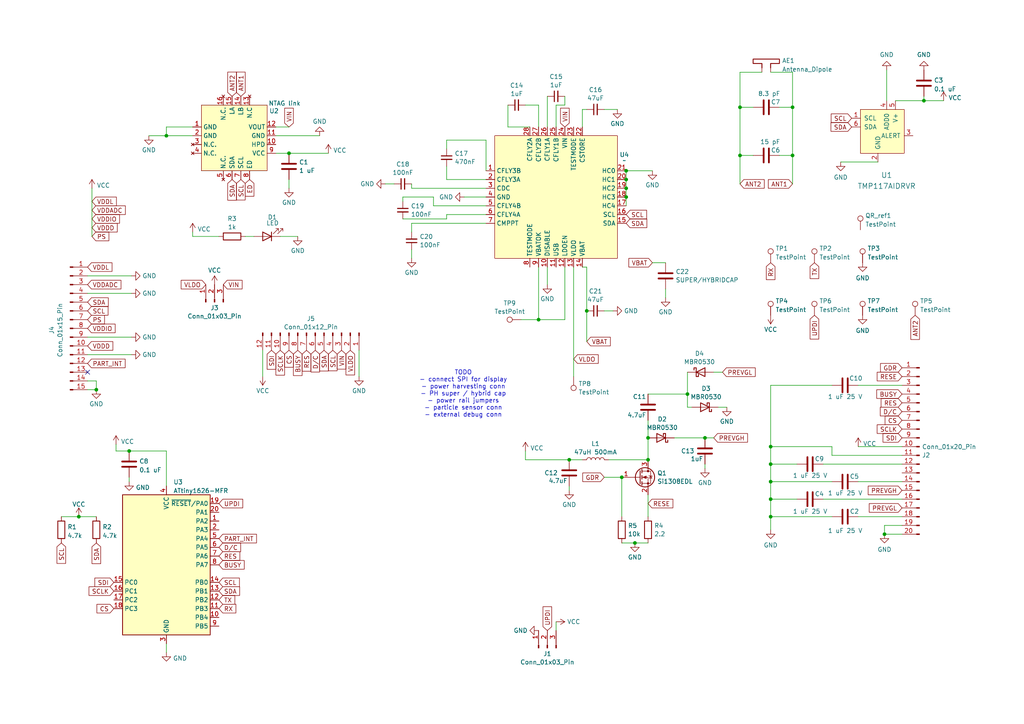
<source format=kicad_sch>
(kicad_sch (version 20231120) (generator "eeschema") (generator_version "8.0")
  (paper "A4")
  (junction (at 223.52 129.54))
  (junction (at 165.1 133.35))
  (junction (at 181.61 54.61))
  (junction (at 181.61 57.15))
  (junction (at 223.52 134.62))
  (junction (at 22.86 149.86))
  (junction (at 267.97 29.21))
  (junction (at 27.94 113.03))
  (junction (at 204.47 127))
  (junction (at 187.96 133.35))
  (junction (at 229.87 45.085))
  (junction (at 181.61 49.53))
  (junction (at 199.39 114.3))
  (junction (at 83.82 44.45))
  (junction (at 180.34 138.43))
  (junction (at 184.15 157.48))
  (junction (at 256.54 154.94))
  (junction (at 229.87 31.115))
  (junction (at 37.465 130.81))
  (junction (at 156.21 92.71))
  (junction (at 181.61 52.07))
  (junction (at 170.18 90.17))
  (junction (at 223.52 149.86))
  (junction (at 48.26 39.37))
  (junction (at 214.63 45.085))
  (junction (at 187.96 127))
  (junction (at 223.52 139.7))
  (junction (at 223.52 144.78))
  (junction (at 214.63 31.115))
  (no_connect (at 25.4 107.95))
  (wire (pts (xy 158.75 27.94) (xy 158.75 36.83)))
  (wire (pts (xy 241.3 132.08) (xy 241.3 129.54)))
  (wire (pts (xy 125.73 59.69) (xy 125.73 57.15)))
  (wire (pts (xy 256.54 154.94) (xy 261.62 154.94)))
  (wire (pts (xy 129.54 52.07) (xy 129.54 48.26)))
  (wire (pts (xy 152.4 133.35) (xy 165.1 133.35)))
  (wire (pts (xy 261.62 132.08) (xy 241.3 132.08)))
  (wire (pts (xy 119.38 54.61) (xy 119.38 53.34)))
  (wire (pts (xy 181.61 49.53) (xy 181.61 52.07)))
  (wire (pts (xy 208.28 118.11) (xy 210.82 118.11)))
  (wire (pts (xy 140.97 54.61) (xy 119.38 54.61)))
  (wire (pts (xy 152.4 30.48) (xy 156.21 30.48)))
  (wire (pts (xy 204.47 134.62) (xy 204.47 135.89)))
  (wire (pts (xy 116.84 57.15) (xy 116.84 58.42)))
  (wire (pts (xy 241.3 111.76) (xy 223.52 111.76)))
  (wire (pts (xy 187.96 114.3) (xy 199.39 114.3)))
  (wire (pts (xy 214.63 20.955) (xy 220.98 20.955)))
  (wire (pts (xy 17.78 149.86) (xy 22.86 149.86)))
  (wire (pts (xy 214.63 31.115) (xy 214.63 20.955)))
  (wire (pts (xy 76.2 101.6) (xy 76.2 109.22)))
  (wire (pts (xy 163.83 27.94) (xy 163.83 30.48)))
  (wire (pts (xy 199.39 118.11) (xy 200.66 118.11)))
  (wire (pts (xy 140.97 64.77) (xy 119.38 64.77)))
  (wire (pts (xy 195.58 127) (xy 204.47 127)))
  (wire (pts (xy 134.62 57.15) (xy 140.97 57.15)))
  (wire (pts (xy 189.23 76.2) (xy 193.04 76.2)))
  (wire (pts (xy 248.92 129.54) (xy 261.62 129.54)))
  (wire (pts (xy 129.54 63.5) (xy 129.54 62.23)))
  (wire (pts (xy 125.73 57.15) (xy 116.84 57.15)))
  (wire (pts (xy 187.96 143.51) (xy 187.96 149.86)))
  (wire (pts (xy 163.83 30.48) (xy 161.29 30.48)))
  (wire (pts (xy 199.39 114.3) (xy 199.39 107.95)))
  (wire (pts (xy 152.4 130.81) (xy 152.4 133.35)))
  (wire (pts (xy 25.4 97.79) (xy 38.1 97.79)))
  (wire (pts (xy 48.26 36.83) (xy 48.26 39.37)))
  (wire (pts (xy 229.87 31.115) (xy 226.06 31.115)))
  (wire (pts (xy 229.87 31.115) (xy 229.87 20.955)))
  (wire (pts (xy 140.97 40.64) (xy 140.97 49.53)))
  (wire (pts (xy 37.465 138.43) (xy 37.465 139.7)))
  (wire (pts (xy 241.3 139.7) (xy 223.52 139.7)))
  (wire (pts (xy 187.96 121.92) (xy 187.96 127)))
  (wire (pts (xy 140.97 52.07) (xy 129.54 52.07)))
  (wire (pts (xy 257.175 20.32) (xy 257.175 29.21)))
  (wire (pts (xy 26.67 54.61) (xy 26.67 68.58)))
  (wire (pts (xy 43.18 39.37) (xy 48.26 39.37)))
  (wire (pts (xy 25.4 110.49) (xy 27.94 110.49)))
  (wire (pts (xy 214.63 53.34) (xy 214.63 45.085)))
  (wire (pts (xy 168.91 36.83) (xy 168.91 31.75)))
  (wire (pts (xy 248.92 139.7) (xy 261.62 139.7)))
  (wire (pts (xy 238.76 144.78) (xy 261.62 144.78)))
  (wire (pts (xy 166.37 77.47) (xy 166.37 109.22)))
  (wire (pts (xy 223.52 134.62) (xy 223.52 139.7)))
  (wire (pts (xy 165.1 140.97) (xy 165.1 142.24)))
  (wire (pts (xy 151.13 92.71) (xy 156.21 92.71)))
  (wire (pts (xy 241.3 149.86) (xy 223.52 149.86)))
  (wire (pts (xy 168.91 31.75) (xy 170.18 31.75)))
  (wire (pts (xy 119.38 72.39) (xy 119.38 74.93)))
  (wire (pts (xy 181.61 49.53) (xy 189.23 49.53)))
  (wire (pts (xy 129.54 62.23) (xy 140.97 62.23)))
  (wire (pts (xy 37.465 130.81) (xy 48.26 130.81)))
  (wire (pts (xy 241.3 129.54) (xy 223.52 129.54)))
  (wire (pts (xy 256.54 152.4) (xy 256.54 154.94)))
  (wire (pts (xy 55.88 36.83) (xy 48.26 36.83)))
  (wire (pts (xy 175.26 31.75) (xy 179.07 31.75)))
  (wire (pts (xy 71.12 68.58) (xy 73.66 68.58)))
  (wire (pts (xy 229.87 53.34) (xy 229.87 45.085)))
  (wire (pts (xy 48.26 39.37) (xy 55.88 39.37)))
  (wire (pts (xy 229.87 45.085) (xy 229.87 31.115)))
  (wire (pts (xy 267.97 27.94) (xy 267.97 29.21)))
  (wire (pts (xy 184.15 157.48) (xy 187.96 157.48)))
  (wire (pts (xy 104.14 101.6) (xy 104.14 109.22)))
  (wire (pts (xy 175.26 138.43) (xy 180.34 138.43)))
  (wire (pts (xy 170.18 77.47) (xy 168.91 77.47)))
  (wire (pts (xy 199.39 114.3) (xy 199.39 118.11)))
  (wire (pts (xy 180.34 157.48) (xy 184.15 157.48)))
  (wire (pts (xy 161.29 180.34) (xy 161.29 182.88)))
  (wire (pts (xy 204.47 127) (xy 207.01 127)))
  (wire (pts (xy 181.61 57.15) (xy 181.61 59.69)))
  (wire (pts (xy 140.97 59.69) (xy 125.73 59.69)))
  (wire (pts (xy 218.44 45.085) (xy 214.63 45.085)))
  (wire (pts (xy 223.52 20.955) (xy 229.87 20.955)))
  (wire (pts (xy 119.38 64.77) (xy 119.38 67.31)))
  (wire (pts (xy 80.01 39.37) (xy 92.71 39.37)))
  (wire (pts (xy 147.32 36.83) (xy 147.32 30.48)))
  (wire (pts (xy 55.88 67.31) (xy 55.88 68.58)))
  (wire (pts (xy 27.94 110.49) (xy 27.94 113.03)))
  (wire (pts (xy 48.26 130.81) (xy 48.26 140.97)))
  (wire (pts (xy 207.01 107.95) (xy 209.55 107.95)))
  (wire (pts (xy 158.75 77.47) (xy 158.75 82.55)))
  (wire (pts (xy 116.84 63.5) (xy 129.54 63.5)))
  (wire (pts (xy 180.34 138.43) (xy 180.34 149.86)))
  (wire (pts (xy 165.1 133.35) (xy 168.91 133.35)))
  (wire (pts (xy 163.83 77.47) (xy 163.83 92.71)))
  (wire (pts (xy 223.52 144.78) (xy 223.52 149.86)))
  (wire (pts (xy 25.4 85.09) (xy 38.1 85.09)))
  (wire (pts (xy 176.53 133.35) (xy 187.96 133.35)))
  (wire (pts (xy 231.14 134.62) (xy 223.52 134.62)))
  (wire (pts (xy 248.92 149.86) (xy 261.62 149.86)))
  (wire (pts (xy 55.88 68.58) (xy 63.5 68.58)))
  (wire (pts (xy 22.86 149.86) (xy 27.94 149.86)))
  (wire (pts (xy 187.96 127) (xy 187.96 133.35)))
  (wire (pts (xy 156.21 92.71) (xy 156.21 77.47)))
  (wire (pts (xy 33.655 128.905) (xy 33.655 130.81)))
  (wire (pts (xy 25.4 80.01) (xy 38.1 80.01)))
  (wire (pts (xy 25.4 113.03) (xy 27.94 113.03)))
  (wire (pts (xy 226.06 45.085) (xy 229.87 45.085)))
  (wire (pts (xy 243.84 46.99) (xy 254.635 46.99)))
  (wire (pts (xy 83.82 52.07) (xy 83.82 54.61)))
  (wire (pts (xy 214.63 31.115) (xy 218.44 31.115)))
  (wire (pts (xy 163.83 92.71) (xy 156.21 92.71)))
  (wire (pts (xy 259.715 29.21) (xy 267.97 29.21)))
  (wire (pts (xy 129.54 43.18) (xy 129.54 40.64)))
  (wire (pts (xy 81.28 68.58) (xy 86.36 68.58)))
  (wire (pts (xy 238.76 134.62) (xy 261.62 134.62)))
  (wire (pts (xy 161.29 30.48) (xy 161.29 36.83)))
  (wire (pts (xy 223.52 129.54) (xy 223.52 134.62)))
  (wire (pts (xy 33.655 130.81) (xy 37.465 130.81)))
  (wire (pts (xy 153.67 36.83) (xy 147.32 36.83)))
  (wire (pts (xy 111.76 53.34) (xy 114.3 53.34)))
  (wire (pts (xy 223.52 139.7) (xy 223.52 144.78)))
  (wire (pts (xy 170.18 90.17) (xy 170.18 77.47)))
  (wire (pts (xy 181.61 54.61) (xy 181.61 57.15)))
  (wire (pts (xy 261.62 152.4) (xy 256.54 152.4)))
  (wire (pts (xy 80.01 36.83) (xy 83.82 36.83)))
  (wire (pts (xy 193.04 83.82) (xy 193.04 86.36)))
  (wire (pts (xy 170.18 90.17) (xy 170.18 99.06)))
  (wire (pts (xy 156.21 30.48) (xy 156.21 36.83)))
  (wire (pts (xy 48.26 186.69) (xy 48.26 189.23)))
  (wire (pts (xy 223.52 111.76) (xy 223.52 129.54)))
  (wire (pts (xy 231.14 144.78) (xy 223.52 144.78)))
  (wire (pts (xy 223.52 149.86) (xy 223.52 153.67)))
  (wire (pts (xy 129.54 40.64) (xy 140.97 40.64)))
  (wire (pts (xy 80.01 44.45) (xy 83.82 44.45)))
  (wire (pts (xy 175.26 90.17) (xy 177.8 90.17)))
  (wire (pts (xy 248.92 111.76) (xy 261.62 111.76)))
  (wire (pts (xy 181.61 52.07) (xy 181.61 54.61)))
  (wire (pts (xy 83.82 44.45) (xy 95.25 44.45)))
  (wire (pts (xy 267.97 29.21) (xy 273.685 29.21)))
  (wire (pts (xy 214.63 45.085) (xy 214.63 31.115)))
  (wire (pts (xy 25.4 102.87) (xy 38.1 102.87)))
  (text "TODO\n- connect SPI for display\n- power harvesting conn\n- PH super / hybrid cap\n- power rail jumpers\n- particle sensor conn\n- external debug conn\n\n" (at 134.366 115.316 0) (effects (font (size 1.27 1.27))))
  (global_label "ANT2" (shape input) (at 67.31 27.94 90) (property "Intersheetrefs" "${INTERSHEET_REFS}" (effects (hide yes))))
  (global_label "GDR" (shape input) (at 175.26 138.43 180) (property "Intersheetrefs" "${INTERSHEET_REFS}" (effects (hide yes))))
  (global_label "CS" (shape input) (at 83.82 101.6 270) (property "Intersheetrefs" "${INTERSHEET_REFS}" (effects (hide yes))))
  (global_label "RESE" (shape input) (at 187.96 146.05 0) (property "Intersheetrefs" "${INTERSHEET_REFS}" (effects (hide yes))))
  (global_label "RES" (shape input) (at 63.5 161.29 0) (property "Intersheetrefs" "${INTERSHEET_REFS}" (effects (hide yes))))
  (global_label "ANT2" (shape input) (at 265.43 91.44 270) (property "Intersheetrefs" "${INTERSHEET_REFS}" (effects (hide yes))))
  (global_label "ANT1" (shape input) (at 229.87 53.34 180) (property "Intersheetrefs" "${INTERSHEET_REFS}" (effects (hide yes))))
  (global_label "PART_INT" (shape input) (at 25.4 105.41 0) (property "Intersheetrefs" "${INTERSHEET_REFS}" (effects (hide yes))))
  (global_label "SCL" (shape input) (at 63.5 168.91 0) (property "Intersheetrefs" "${INTERSHEET_REFS}" (effects (hide yes))))
  (global_label "GDR" (shape input) (at 261.62 106.68 180) (property "Intersheetrefs" "${INTERSHEET_REFS}" (effects (hide yes))))
  (global_label "SCL" (shape input) (at 96.52 101.6 270) (property "Intersheetrefs" "${INTERSHEET_REFS}" (effects (hide yes))))
  (global_label "SCL" (shape input) (at 69.85 52.07 270) (property "Intersheetrefs" "${INTERSHEET_REFS}" (effects (hide yes))))
  (global_label "ED" (shape input) (at 72.39 52.07 270) (property "Intersheetrefs" "${INTERSHEET_REFS}" (effects (hide yes))))
  (global_label "SDI" (shape input) (at 261.62 127 180) (property "Intersheetrefs" "${INTERSHEET_REFS}" (effects (hide yes))))
  (global_label "VBAT" (shape input) (at 189.23 76.2 180) (property "Intersheetrefs" "${INTERSHEET_REFS}" (effects (hide yes))))
  (global_label "TX" (shape input) (at 63.5 173.99 0) (property "Intersheetrefs" "${INTERSHEET_REFS}" (effects (hide yes))))
  (global_label "VDDD" (shape input) (at 26.67 66.04 0) (property "Intersheetrefs" "${INTERSHEET_REFS}" (effects (hide yes))))
  (global_label "ANT1" (shape input) (at 69.85 27.94 90) (property "Intersheetrefs" "${INTERSHEET_REFS}" (effects (hide yes))))
  (global_label "VBAT" (shape input) (at 170.18 99.06 0) (property "Intersheetrefs" "${INTERSHEET_REFS}" (effects (hide yes))))
  (global_label "PREVGL" (shape input) (at 261.62 147.32 180) (property "Intersheetrefs" "${INTERSHEET_REFS}" (effects (hide yes))))
  (global_label "VLDO" (shape input) (at 59.69 82.55 180) (property "Intersheetrefs" "${INTERSHEET_REFS}" (effects (hide yes))))
  (global_label "PREVGH" (shape input) (at 207.01 127 0) (property "Intersheetrefs" "${INTERSHEET_REFS}" (effects (hide yes))))
  (global_label "VDDADC" (shape input) (at 26.67 60.96 0) (property "Intersheetrefs" "${INTERSHEET_REFS}" (effects (hide yes))))
  (global_label "SCLK" (shape input) (at 261.62 124.46 180) (property "Intersheetrefs" "${INTERSHEET_REFS}" (effects (hide yes))))
  (global_label "SDA" (shape input) (at 93.98 101.6 270) (property "Intersheetrefs" "${INTERSHEET_REFS}" (effects (hide yes))))
  (global_label "VIN" (shape input) (at 83.82 36.83 90) (property "Intersheetrefs" "${INTERSHEET_REFS}" (effects (hide yes))))
  (global_label "BUSY" (shape input) (at 261.62 114.3 180) (property "Intersheetrefs" "${INTERSHEET_REFS}" (effects (hide yes))))
  (global_label "VDDD" (shape input) (at 25.4 100.33 0) (property "Intersheetrefs" "${INTERSHEET_REFS}" (effects (hide yes))))
  (global_label "SDA" (shape input) (at 25.4 87.63 0) (property "Intersheetrefs" "${INTERSHEET_REFS}" (effects (hide yes))))
  (global_label "VLDO" (shape input) (at 166.37 104.14 0) (property "Intersheetrefs" "${INTERSHEET_REFS}" (effects (hide yes))))
  (global_label "BUSY" (shape input) (at 86.36 101.6 270) (property "Intersheetrefs" "${INTERSHEET_REFS}" (effects (hide yes))))
  (global_label "SDI" (shape input) (at 78.74 101.6 270) (property "Intersheetrefs" "${INTERSHEET_REFS}" (effects (hide yes))))
  (global_label "SDA" (shape input) (at 181.61 64.77 0) (property "Intersheetrefs" "${INTERSHEET_REFS}" (effects (hide yes))))
  (global_label "VIN" (shape input) (at 163.83 36.83 90) (property "Intersheetrefs" "${INTERSHEET_REFS}" (effects (hide yes))))
  (global_label "UPDI" (shape input) (at 236.22 91.44 270) (property "Intersheetrefs" "${INTERSHEET_REFS}" (effects (hide yes))))
  (global_label "UPDI" (shape input) (at 63.5 146.05 0) (property "Intersheetrefs" "${INTERSHEET_REFS}" (effects (hide yes))))
  (global_label "SCL" (shape input) (at 25.4 90.17 0) (property "Intersheetrefs" "${INTERSHEET_REFS}" (effects (hide yes))))
  (global_label "SCL" (shape input) (at 247.015 34.29 180) (property "Intersheetrefs" "${INTERSHEET_REFS}" (effects (hide yes))))
  (global_label "SDA" (shape input) (at 67.31 52.07 270) (property "Intersheetrefs" "${INTERSHEET_REFS}" (effects (hide yes))))
  (global_label "VDDL" (shape input) (at 26.67 58.42 0) (property "Intersheetrefs" "${INTERSHEET_REFS}" (effects (hide yes))))
  (global_label "CS" (shape input) (at 261.62 121.92 180) (property "Intersheetrefs" "${INTERSHEET_REFS}" (effects (hide yes))))
  (global_label "CS" (shape input) (at 33.02 176.53 180) (property "Intersheetrefs" "${INTERSHEET_REFS}" (effects (hide yes))))
  (global_label "BUSY" (shape input) (at 63.5 163.83 0) (property "Intersheetrefs" "${INTERSHEET_REFS}" (effects (hide yes))))
  (global_label "VIN" (shape input) (at 64.77 82.55 0) (property "Intersheetrefs" "${INTERSHEET_REFS}" (effects (hide yes))))
  (global_label "VLDO" (shape input) (at 101.6 101.6 270) (property "Intersheetrefs" "${INTERSHEET_REFS}" (effects (hide yes))))
  (global_label "SDI" (shape input) (at 33.02 168.91 180) (property "Intersheetrefs" "${INTERSHEET_REFS}" (effects (hide yes))))
  (global_label "RX" (shape input) (at 63.5 176.53 0) (property "Intersheetrefs" "${INTERSHEET_REFS}" (effects (hide yes))))
  (global_label "RESE" (shape input) (at 261.62 109.22 180) (property "Intersheetrefs" "${INTERSHEET_REFS}" (effects (hide yes))))
  (global_label "VDDADC" (shape input) (at 25.4 82.55 0) (property "Intersheetrefs" "${INTERSHEET_REFS}" (effects (hide yes))))
  (global_label "PREVGH" (shape input) (at 261.62 142.24 180) (property "Intersheetrefs" "${INTERSHEET_REFS}" (effects (hide yes))))
  (global_label "PS" (shape input) (at 25.4 92.71 0) (property "Intersheetrefs" "${INTERSHEET_REFS}" (effects (hide yes))))
  (global_label "VIN" (shape input) (at 99.06 101.6 270) (property "Intersheetrefs" "${INTERSHEET_REFS}" (effects (hide yes))))
  (global_label "SDA" (shape input) (at 27.94 157.48 270) (property "Intersheetrefs" "${INTERSHEET_REFS}" (effects (hide yes))))
  (global_label "TX" (shape input) (at 236.22 76.2 270) (property "Intersheetrefs" "${INTERSHEET_REFS}" (effects (hide yes))))
  (global_label "SDA" (shape input) (at 63.5 171.45 0) (property "Intersheetrefs" "${INTERSHEET_REFS}" (effects (hide yes))))
  (global_label "PART_INT" (shape input) (at 63.5 156.21 0) (property "Intersheetrefs" "${INTERSHEET_REFS}" (effects (hide yes))))
  (global_label "D{slash}C" (shape input) (at 261.62 119.38 180) (property "Intersheetrefs" "${INTERSHEET_REFS}" (effects (hide yes))))
  (global_label "UPDI" (shape input) (at 158.75 182.88 90) (property "Intersheetrefs" "${INTERSHEET_REFS}" (effects (hide yes))))
  (global_label "RES" (shape input) (at 88.9 101.6 270) (property "Intersheetrefs" "${INTERSHEET_REFS}" (effects (hide yes))))
  (global_label "D{slash}C" (shape input) (at 91.44 101.6 270) (property "Intersheetrefs" "${INTERSHEET_REFS}" (effects (hide yes))))
  (global_label "SCLK" (shape input) (at 33.02 171.45 180) (property "Intersheetrefs" "${INTERSHEET_REFS}" (effects (hide yes))))
  (global_label "SCL" (shape input) (at 17.78 157.48 270) (property "Intersheetrefs" "${INTERSHEET_REFS}" (effects (hide yes))))
  (global_label "VDDIO" (shape input) (at 26.67 63.5 0) (property "Intersheetrefs" "${INTERSHEET_REFS}" (effects (hide yes))))
  (global_label "ANT2" (shape input) (at 214.63 53.34 0) (property "Intersheetrefs" "${INTERSHEET_REFS}" (effects (hide yes))))
  (global_label "PREVGL" (shape input) (at 209.55 107.95 0) (property "Intersheetrefs" "${INTERSHEET_REFS}" (effects (hide yes))))
  (global_label "D{slash}C" (shape input) (at 63.5 158.75 0) (property "Intersheetrefs" "${INTERSHEET_REFS}" (effects (hide yes))))
  (global_label "SDA" (shape input) (at 247.015 36.83 180) (property "Intersheetrefs" "${INTERSHEET_REFS}" (effects (hide yes))))
  (global_label "RES" (shape input) (at 261.62 116.84 180) (property "Intersheetrefs" "${INTERSHEET_REFS}" (effects (hide yes))))
  (global_label "VDDL" (shape input) (at 25.4 77.47 0) (property "Intersheetrefs" "${INTERSHEET_REFS}" (effects (hide yes))))
  (global_label "SCL" (shape input) (at 181.61 62.23 0) (property "Intersheetrefs" "${INTERSHEET_REFS}" (effects (hide yes))))
  (global_label "VDDIO" (shape input) (at 25.4 95.25 0) (property "Intersheetrefs" "${INTERSHEET_REFS}" (effects (hide yes))))
  (global_label "RX" (shape input) (at 223.52 76.2 270) (property "Intersheetrefs" "${INTERSHEET_REFS}" (effects (hide yes))))
  (global_label "SCLK" (shape input) (at 81.28 101.6 270) (property "Intersheetrefs" "${INTERSHEET_REFS}" (effects (hide yes))))
  (global_label "PS" (shape input) (at 26.67 68.58 0) (property "Intersheetrefs" "${INTERSHEET_REFS}" (effects (hide yes))))
  (symbol (lib_id "power:GND") (at 179.07 31.75 0) (unit 1)
    (property "Reference" "#PWR029" (effects (hide yes)))
    (property "Value" "GND" (at 179.07 35.8831 0))
  )
  (symbol (lib_id "Transistor_FET:Si1308EDL") (at 185.42 138.43 0) (unit 1)
    (property "Reference" "Q1" (at 190.627 137.2178 0) (effects (justify left)))
    (property "Value" "Si1308EDL" (at 190.627 139.6421 0) (effects (justify left)))
    (property "Footprint" "Package_TO_SOT_SMD:SOT-323_SC-70" (effects (hide yes)))
    (property "Datasheet" "https://www.vishay.com/docs/63399/si1308edl.pdf" (effects (hide yes)))
    (property "Description" "30V Vds, 1.4A Id, N-Channel MOSFET, SC-70" (effects (hide yes)))
  )
  (symbol (lib_id "Connector:Conn_01x12_Pin") (at 91.44 96.52 270) (unit 1)
    (property "Reference" "J5" (at 90.17 92.4263 90))
    (property "Value" "Conn_01x12_Pin" (at 90.17 94.8506 90))
    (property "Footprint" "Connector_PinHeader_2.54mm:PinHeader_1x12_P2.54mm_Vertical" (effects (hide yes)))
    (property "Description" "Generic connector, single row, 01x12, script generated" (effects (hide yes)))
  )
  (symbol (lib_id "power:GND") (at 250.19 76.2 0) (unit 1)
    (property "Reference" "#PWR013" (effects (hide yes)))
    (property "Value" "GND" (at 250.19 80.6434 0))
  )
  (symbol (lib_id "Device:C_Small") (at 119.38 69.85 180) (unit 1)
    (property "Reference" "C20" (at 121.7041 68.6314 0) (effects (justify right)))
    (property "Value" "100nF" (at 121.7041 71.0557 0) (effects (justify right)))
    (property "Footprint" "Capacitor_SMD:C_0603_1608Metric" (effects (hide yes)))
    (property "Description" "Unpolarized capacitor, small symbol" (effects (hide yes)))
  )
  (symbol (lib_id "Connector:Conn_01x20_Pin") (at 266.7 129.54 0) (mirror y) (unit 1)
    (property "Reference" "J2" (at 267.4112 132.0222 0) (effects (justify right)))
    (property "Value" "Conn_01x20_Pin" (at 267.4112 129.5979 0) (effects (justify right)))
    (property "Footprint" "unsurv_offline_pcb_footprints:FH34SRJ-18S-0.5SH" (effects (hide yes)))
    (property "Description" "Generic connector, single row, 01x20, script generated" (effects (hide yes)))
  )
  (symbol (lib_id "Connector:Conn_01x15_Pin") (at 20.32 95.25 0) (unit 1)
    (property "Reference" "J4" (at 14.986 95.758 90))
    (property "Value" "Conn_01x15_Pin" (at 17.4103 95.758 90))
    (property "Footprint" "unsurv_offline_pcb_footprints:046844713002846_FPC_ZIF" (effects (hide yes)))
    (property "Description" "Generic connector, single row, 01x15, script generated" (effects (hide yes)))
  )
  (symbol (lib_id "Device:C") (at 245.11 111.76 90) (unit 1)
    (property "Reference" "C10" (at 250.19 109.728 90) (effects (justify left)))
    (property "Value" "1 uF 25 V" (at 250.19 115.062 90) (effects (justify left)))
    (property "Footprint" "Capacitor_SMD:C_0603_1608Metric" (effects (hide yes)))
    (property "MPN" "298W107X0004M2T" (effects (hide yes)))
  )
  (symbol (lib_id "Connector:TestPoint") (at 223.52 76.2 0) (unit 1)
    (property "Reference" "TP1" (at 224.917 72.0633 0) (effects (justify left)))
    (property "Value" "TestPoint" (at 224.917 74.6002 0) (effects (justify left)))
    (property "Footprint" "TestPoint:TestPoint_Pad_D1.0mm" (effects (hide yes)))
  )
  (symbol (lib_id "power:GND") (at 27.94 113.03 0) (unit 1)
    (property "Reference" "#PWR039" (effects (hide yes)))
    (property "Value" "GND" (at 27.94 117.1631 0))
  )
  (symbol (lib_id "Device:C") (at 187.96 118.11 180) (unit 1)
    (property "Reference" "C11" (at 187.452 115.062 0) (effects (justify left)))
    (property "Value" "4.7uF" (at 187.452 120.396 0) (effects (justify left)))
    (property "Footprint" "Capacitor_SMD:C_0603_1608Metric" (effects (hide yes)))
    (property "MPN" "298W107X0004M2T" (effects (hide yes)))
  )
  (symbol (lib_id "power:GND") (at 86.36 68.58 0) (unit 1)
    (property "Reference" "#PWR014" (effects (hide yes)))
    (property "Value" "GND" (at 86.36 72.7131 0))
  )
  (symbol (lib_id "power:GND") (at 119.38 74.93 0) (unit 1)
    (property "Reference" "#PWR031" (effects (hide yes)))
    (property "Value" "GND" (at 119.38 79.0631 0))
  )
  (symbol (lib_id "Device:C") (at 204.47 130.81 180) (unit 1)
    (property "Reference" "C13" (at 201.422 130.81 0) (effects (justify left)))
    (property "Value" "1uF" (at 203.962 133.096 0) (effects (justify left)))
    (property "Footprint" "Capacitor_SMD:C_0603_1608Metric" (effects (hide yes)))
    (property "MPN" "298W107X0004M2T" (effects (hide yes)))
  )
  (symbol (lib_id "power:VCC") (at 248.92 129.54 0) (unit 1)
    (property "Reference" "#PWR025" (effects (hide yes)))
    (property "Value" "VCC" (at 250.317 128.7038 0) (effects (justify left)))
  )
  (symbol (lib_id "Connector:TestPoint") (at 250.19 76.2 0) (unit 1)
    (property "Reference" "TP3" (at 251.587 72.0633 0) (effects (justify left)))
    (property "Value" "TestPoint" (at 251.587 74.6002 0) (effects (justify left)))
    (property "Footprint" "TestPoint:TestPoint_Pad_D1.0mm" (effects (hide yes)))
  )
  (symbol (lib_id "power:GND") (at 223.52 153.67 0) (unit 1)
    (property "Reference" "#PWR015" (effects (hide yes)))
    (property "Value" "GND" (at 223.52 158.1134 0))
  )
  (symbol (lib_id "Device:C_Small") (at 172.72 90.17 90) (unit 1)
    (property "Reference" "C21" (at 172.7263 84.4634 90))
    (property "Value" "47uF" (at 172.7263 86.8877 90))
    (property "Footprint" "Capacitor_SMD:C_0603_1608Metric" (effects (hide yes)))
    (property "Description" "Unpolarized capacitor, small symbol" (effects (hide yes)))
  )
  (symbol (lib_id "Device:C") (at 193.04 80.01 0) (unit 1)
    (property "Reference" "C22" (at 195.961 78.7978 0) (effects (justify left)))
    (property "Value" "SUPER/HYBRIDCAP" (at 195.961 81.2221 0) (effects (justify left)))
    (property "Footprint" "Capacitor_SMD:C_0603_1608Metric" (effects (hide yes)))
    (property "Description" "Unpolarized capacitor" (effects (hide yes)))
  )
  (symbol (lib_id "Device:C") (at 222.25 45.085 90) (unit 1)
    (property "Reference" "C6" (at 226.314 43.561 90) (effects (justify left)))
    (property "Value" "15 pF" (at 226.314 41.1367 90) (effects (justify left)))
    (property "Footprint" "Capacitor_SMD:C_0603_1608Metric" (effects (hide yes)))
    (property "MPN" "298W107X0004M2T" (effects (hide yes)))
  )
  (symbol (lib_id "power:VCC") (at 273.685 29.21 0) (unit 1)
    (property "Reference" "#PWR07" (effects (hide yes)))
    (property "Value" "VCC" (at 275.082 28.3738 0) (effects (justify left)))
  )
  (symbol (lib_id "Diode:MBR0530") (at 203.2 107.95 0) (unit 1)
    (property "Reference" "D4" (at 202.8825 102.5355 0))
    (property "Value" "MBR0530" (at 202.8825 104.9598 0))
    (property "Footprint" "Diode_SMD:D_SOD-123" (effects (hide yes)))
    (property "Datasheet" "http://www.mccsemi.com/up_pdf/MBR0520~MBR0580(SOD123).pdf" (effects (hide yes)))
    (property "Description" "30V 0.5A Schottky Power Rectifier Diode, SOD-123" (effects (hide yes)))
  )
  (symbol (lib_id "power:VCC") (at 152.4 130.81 0) (unit 1)
    (property "Reference" "#PWR016" (effects (hide yes)))
    (property "Value" "VCC" (at 153.797 129.9738 0) (effects (justify left)))
  )
  (symbol (lib_id "power:VCC") (at 55.88 67.31 0) (unit 1)
    (property "Reference" "#PWR026" (effects (hide yes)))
    (property "Value" "VCC" (at 57.277 66.4738 0) (effects (justify left)))
  )
  (symbol (lib_id "Device:R") (at 27.94 153.67 0) (unit 1)
    (property "Reference" "R2" (at 29.718 152.8353 0) (effects (justify left)))
    (property "Value" "4.7k" (at 29.718 155.3722 0) (effects (justify left)))
    (property "Footprint" "Resistor_SMD:R_0402_1005Metric" (effects (hide yes)))
  )
  (symbol (lib_id "power:GND") (at 104.14 109.22 0) (unit 1)
    (property "Reference" "#PWR038" (effects (hide yes)))
    (property "Value" "GND" (at 104.14 113.3531 0))
  )
  (symbol (lib_id "power:GND") (at 111.76 53.34 270) (unit 1)
    (property "Reference" "#PWR030" (effects (hide yes)))
    (property "Value" "GND" (at 108.5851 53.34 90) (effects (justify right)))
  )
  (symbol (lib_id "power:GND") (at 193.04 86.36 0) (unit 1)
    (property "Reference" "#PWR036" (effects (hide yes)))
    (property "Value" "GND" (at 193.04 90.4931 0))
  )
  (symbol (lib_id "power:VCC") (at 95.25 44.45 0) (unit 1)
    (property "Reference" "#PWR04" (effects (hide yes)))
    (property "Value" "VCC" (at 96.647 43.6138 0) (effects (justify left)))
  )
  (symbol (lib_id "Device:C") (at 234.95 134.62 90) (unit 1)
    (property "Reference" "C9" (at 239.014 133.096 90) (effects (justify left)))
    (property "Value" "1 uF 25 V" (at 240.03 137.922 90) (effects (justify left)))
    (property "Footprint" "Capacitor_SMD:C_0603_1608Metric" (effects (hide yes)))
    (property "MPN" "298W107X0004M2T" (effects (hide yes)))
  )
  (symbol (lib_id "power:GND") (at 177.8 90.17 90) (unit 1)
    (property "Reference" "#PWR033" (effects (hide yes)))
    (property "Value" "GND" (at 180.975 90.17 90) (effects (justify right)))
  )
  (symbol (lib_id "Connector:TestPoint") (at 249.555 66.675 0) (unit 1)
    (property "Reference" "QR_ref1" (at 250.952 62.5383 0) (effects (justify left)))
    (property "Value" "TestPoint" (at 250.952 65.0752 0) (effects (justify left)))
    (property "Footprint" "unsurv_offline_pcb_footprints:QR_shop" (effects (hide yes)))
  )
  (symbol (lib_id "power:VCC") (at 62.23 82.55 0) (unit 1)
    (property "Reference" "#PWR034" (effects (hide yes)))
    (property "Value" "VCC" (at 62.23 78.4169 0))
  )
  (symbol (lib_id "dk_Temperature-Sensors-Analog-and-Digital-Output:TMP112AIDRLT") (at 257.175 39.37 0) (unit 1)
    (property "Reference" "U1" (at 257.175 50.8 0) (effects (font (size 1.524 1.524))))
    (property "Value" "TMP117AIDRVR" (at 257.175 53.975 0) (effects (font (size 1.524 1.524))))
    (property "Footprint" "unsurv_offline_pcb_footprints:TMP117 WSON-6-1EP_2x2mm_P0.65mm_no_pad_paste" (effects (hide yes)))
    (property "Datasheet" "http://www.ti.com/general/docs/suppproductinfo.tsp?distId=10&gotoUrl=http%3A%2F%2Fwww.ti.com%2Flit%2Fgpn%2Ftmp112" (effects (hide yes)))
    (property "Description" "SENSOR DIGITAL -40C-125C SOT563" (effects (hide yes)))
    (property "Digi-Key_PN" "296-24621-1-ND" (effects (hide yes)))
    (property "MPN" "TMP117AIDRVR" (effects (hide yes)))
    (property "Category" "Sensors, Transducers" (effects (hide yes)))
    (property "Family" "Temperature Sensors - Analog and Digital Output" (effects (hide yes)))
    (property "DK_Datasheet_Link" "http://www.ti.com/general/docs/suppproductinfo.tsp?distId=10&gotoUrl=http%3A%2F%2Fwww.ti.com%2Flit%2Fgpn%2Ftmp112" (effects (hide yes)))
    (property "DK_Detail_Page" "/product-detail/en/texas-instruments/TMP112AIDRLT/296-24621-1-ND/2090130" (effects (hide yes)))
    (property "Manufacturer" "Texas Instruments" (effects (hide yes)))
    (property "Status" "Active" (effects (hide yes)))
  )
  (symbol (lib_id "power:GND") (at 267.97 20.32 180) (unit 1)
    (property "Reference" "#PWR03" (effects (hide yes)))
    (property "Value" "GND" (at 267.97 15.8766 0))
  )
  (symbol (lib_id "power:GND") (at 210.82 118.11 0) (unit 1)
    (property "Reference" "#PWR022" (effects (hide yes)))
    (property "Value" "GND" (at 210.82 122.2431 0))
  )
  (symbol (lib_id "power:VCC") (at 22.86 149.86 0) (unit 1)
    (property "Reference" "#PWR017" (effects (hide yes)))
    (property "Value" "VCC" (at 22.86 146.2842 0))
  )
  (symbol (lib_id "Diode:MBR0530") (at 204.47 118.11 180) (unit 1)
    (property "Reference" "D3" (at 204.7875 112.6955 0))
    (property "Value" "MBR0530" (at 204.7875 115.1198 0))
    (property "Footprint" "Diode_SMD:D_SOD-123" (effects (hide yes)))
    (property "Datasheet" "http://www.mccsemi.com/up_pdf/MBR0520~MBR0580(SOD123).pdf" (effects (hide yes)))
    (property "Description" "30V 0.5A Schottky Power Rectifier Diode, SOD-123" (effects (hide yes)))
  )
  (symbol (lib_id "Connector:TestPoint") (at 265.43 91.44 0) (unit 1)
    (property "Reference" "TP5" (at 266.827 87.3033 0) (effects (justify left)))
    (property "Value" "TestPoint" (at 266.827 89.8402 0) (effects (justify left)))
    (property "Footprint" "TestPoint:TestPoint_Pad_D1.0mm" (effects (hide yes)))
  )
  (symbol (lib_id "power:GND") (at 158.75 82.55 0) (unit 1)
    (property "Reference" "#PWR032" (effects (hide yes)))
    (property "Value" "GND" (at 158.75 86.6831 0))
  )
  (symbol (lib_id "Device:C") (at 165.1 137.16 180) (unit 1)
    (property "Reference" "C12" (at 161.798 137.16 0) (effects (justify left)))
    (property "Value" "4.7uF" (at 164.592 139.446 0) (effects (justify left)))
    (property "Footprint" "Capacitor_SMD:C_0603_1608Metric" (effects (hide yes)))
    (property "MPN" "298W107X0004M2T" (effects (hide yes)))
  )
  (symbol (lib_id "unsurv_offline_pcb_symbols:NEH7100") (at 161.29 57.15 0) (unit 1)
    (property "Reference" "U4" (at 181.0862 44.8709 0))
    (property "Value" "~" (at 181.0862 46.5523 0))
    (property "Footprint" "Package_DFN_QFN:QFN-28-1EP_4x4mm_P0.4mm_EP2.8x2.8mm" (effects (hide yes)))
  )
  (symbol (lib_id "Device:C") (at 267.97 24.13 180) (unit 1)
    (property "Reference" "C3" (at 270.891 23.2953 0) (effects (justify right)))
    (property "Value" "0.1 uF" (at 270.891 25.8322 0) (effects (justify right)))
    (property "Footprint" "Capacitor_SMD:C_0603_1608Metric" (effects (hide yes)))
  )
  (symbol (lib_id "power:GND") (at 250.19 91.44 0) (unit 1)
    (property "Reference" "#PWR012" (effects (hide yes)))
    (property "Value" "GND" (at 250.19 95.8834 0))
  )
  (symbol (lib_id "power:VCC") (at 26.67 54.61 0) (unit 1)
    (property "Reference" "#PWR040" (effects (hide yes)))
    (property "Value" "VCC" (at 28.067 53.7738 0) (effects (justify left)))
  )
  (symbol (lib_id "Device:R") (at 187.96 153.67 0) (unit 1)
    (property "Reference" "R4" (at 189.738 152.4578 0) (effects (justify left)))
    (property "Value" "2.2" (at 189.738 154.8821 0) (effects (justify left)))
    (property "Footprint" "Resistor_SMD:R_0402_1005Metric" (effects (hide yes)))
  )
  (symbol (lib_id "Device:R") (at 17.78 153.67 0) (unit 1)
    (property "Reference" "R1" (at 19.558 152.8353 0) (effects (justify left)))
    (property "Value" "4.7k" (at 19.558 155.3722 0) (effects (justify left)))
    (property "Footprint" "Resistor_SMD:R_0402_1005Metric" (effects (hide yes)))
  )
  (symbol (lib_id "Device:C") (at 234.95 144.78 90) (unit 1)
    (property "Reference" "C4" (at 239.014 143.256 90) (effects (justify left)))
    (property "Value" "1 uF 25 V" (at 240.03 148.336 90) (effects (justify left)))
    (property "Footprint" "Capacitor_SMD:C_0603_1608Metric" (effects (hide yes)))
    (property "MPN" "298W107X0004M2T" (effects (hide yes)))
  )
  (symbol (lib_id "power:GND") (at 165.1 142.24 0) (unit 1)
    (property "Reference" "#PWR018" (effects (hide yes)))
    (property "Value" "GND" (at 165.1 146.3731 0))
  )
  (symbol (lib_id "power:GND") (at 204.47 135.89 0) (unit 1)
    (property "Reference" "#PWR021" (effects (hide yes)))
    (property "Value" "GND" (at 204.47 140.0231 0))
  )
  (symbol (lib_id "power:GND") (at 243.84 46.99 0) (unit 1)
    (property "Reference" "#PWR011" (effects (hide yes)))
    (property "Value" "GND" (at 243.84 51.4334 0))
  )
  (symbol (lib_id "Connector:Conn_01x03_Pin") (at 158.75 187.96 90) (unit 1)
    (property "Reference" "J1" (at 158.75 189.6293 90))
    (property "Value" "Conn_01x03_Pin" (at 158.75 192.0536 90))
    (property "Footprint" "Connector_PinHeader_2.54mm:PinHeader_1x03_P2.54mm_Vertical" (effects (hide yes)))
    (property "Description" "Generic connector, single row, 01x03, script generated" (effects (hide yes)))
  )
  (symbol (lib_id "Device:L") (at 172.72 133.35 90) (unit 1)
    (property "Reference" "L1" (at 172.72 128.7002 90))
    (property "Value" "47uH 500mA" (at 172.72 131.1245 90))
    (property "Footprint" "Inductor_SMD:L_Taiyo-Yuden_MD-3030" (effects (hide yes)))
    (property "Description" "Inductor" (effects (hide yes)))
  )
  (symbol (lib_id "power:GND") (at 83.82 54.61 0) (unit 1)
    (property "Reference" "#PWR05" (effects (hide yes)))
    (property "Value" "GND" (at 83.82 58.7431 0))
  )
  (symbol (lib_id "Device:C_Small") (at 116.84 60.96 0) (unit 1)
    (property "Reference" "C19" (at 119.1641 59.7541 0) (effects (justify left)))
    (property "Value" "100nF" (at 119.1641 62.1784 0) (effects (justify left)))
    (property "Footprint" "Capacitor_SMD:C_0603_1608Metric" (effects (hide yes)))
    (property "Description" "Unpolarized capacitor, small symbol" (effects (hide yes)))
  )
  (symbol (lib_id "Device:C") (at 83.82 48.26 0) (unit 1)
    (property "Reference" "C1" (at 86.741 47.0478 0) (effects (justify left)))
    (property "Value" "1 uF" (at 86.741 49.4721 0) (effects (justify left)))
    (property "Footprint" "Capacitor_SMD:C_0603_1608Metric" (effects (hide yes)))
  )
  (symbol (lib_id "unsurv_offline_pcb_symbols:NTAG_5_Link") (at 68.58 39.37 0) (unit 1)
    (property "Reference" "U2" (at 79.4862 32.1709 0))
    (property "Value" "NTAG link" (at 82.55 29.972 0))
    (property "Footprint" "unsurv_offline_pcb_footprints:NTAG 5 link" (effects (hide yes)))
  )
  (symbol (lib_id "Connector:TestPoint") (at 223.52 91.44 0) (unit 1)
    (property "Reference" "TP4" (at 224.917 87.3033 0) (effects (justify left)))
    (property "Value" "TestPoint" (at 224.917 89.8402 0) (effects (justify left)))
    (property "Footprint" "TestPoint:TestPoint_Pad_D1.0mm" (effects (hide yes)))
  )
  (symbol (lib_id "Device:C_Small") (at 149.86 30.48 90) (unit 1)
    (property "Reference" "C14" (at 149.8663 24.7734 90))
    (property "Value" "1uF" (at 149.8663 27.1977 90))
    (property "Footprint" "Capacitor_SMD:C_0603_1608Metric" (effects (hide yes)))
    (property "Description" "Unpolarized capacitor, small symbol" (effects (hide yes)))
  )
  (symbol (lib_id "Device:C") (at 37.465 134.62 0) (unit 1)
    (property "Reference" "C8" (at 40.386 133.7853 0) (effects (justify left)))
    (property "Value" "0.1 uF" (at 40.386 136.3222 0) (effects (justify left)))
    (property "Footprint" "Capacitor_SMD:C_0603_1608Metric" (effects (hide yes)))
  )
  (symbol (lib_id "Device:C_Small") (at 129.54 45.72 0) (unit 1)
    (property "Reference" "C17" (at 131.8641 44.5141 0) (effects (justify left)))
    (property "Value" "470nF" (at 131.8641 46.9384 0) (effects (justify left)))
    (property "Footprint" "Capacitor_SMD:C_0603_1608Metric" (effects (hide yes)))
    (property "Description" "Unpolarized capacitor, small symbol" (effects (hide yes)))
  )
  (symbol (lib_id "Connector:TestPoint") (at 236.22 76.2 0) (unit 1)
    (property "Reference" "TP2" (at 237.617 72.0633 0) (effects (justify left)))
    (property "Value" "TestPoint" (at 237.617 74.6002 0) (effects (justify left)))
    (property "Footprint" "TestPoint:TestPoint_Pad_D1.0mm" (effects (hide yes)))
  )
  (symbol (lib_id "Device:R") (at 67.31 68.58 90) (unit 1)
    (property "Reference" "R3" (at 67.31 63.4195 90))
    (property "Value" "1k" (at 67.31 65.8438 90))
    (property "Footprint" "Resistor_SMD:R_0603_1608Metric" (effects (hide yes)))
  )
  (symbol (lib_id "power:VCC") (at 223.52 91.44 180) (unit 1)
    (property "Reference" "#PWR09" (effects (hide yes)))
    (property "Value" "VCC" (at 223.52 95.5731 0))
  )
  (symbol (lib_id "MCU_Microchip_ATtiny:ATtiny1626-M") (at 48.26 163.83 0) (unit 1)
    (property "Reference" "U3" (at 50.2794 139.8102 0) (effects (justify left)))
    (property "Value" "ATtiny1626-MFR" (at 50.2794 142.3471 0) (effects (justify left)))
    (property "Footprint" "unsurv_offline_pcb_footprints:VQFN-20-1EP_3x3mm_P0.4mm_EP1.7x1.7mm_edited" (effects (hide yes)))
    (property "Datasheet" "https://ww1.microchip.com/downloads/en/DeviceDoc/ATtiny1624-26-27-DataSheet-DS40002234A.pdf" (effects (hide yes)))
  )
  (symbol (lib_id "power:GND") (at 92.71 39.37 180) (unit 1)
    (property "Reference" "#PWR08" (effects (hide yes)))
    (property "Value" "GND" (at 92.71 35.2369 0))
  )
  (symbol (lib_id "Device:C") (at 245.11 149.86 90) (unit 1)
    (property "Reference" "C2" (at 249.174 148.336 90) (effects (justify left)))
    (property "Value" "1 uF 25 V" (at 250.19 153.924 90) (effects (justify left)))
    (property "Footprint" "Capacitor_SMD:C_0603_1608Metric" (effects (hide yes)))
    (property "MPN" "298W107X0004M2T" (effects (hide yes)))
  )
  (symbol (lib_id "Device:C_Small") (at 161.29 27.94 90) (unit 1)
    (property "Reference" "C15" (at 161.2963 22.2334 90))
    (property "Value" "1uF" (at 161.2963 24.6577 90))
    (property "Footprint" "Capacitor_SMD:C_0603_1608Metric" (effects (hide yes)))
    (property "Description" "Unpolarized capacitor, small symbol" (effects (hide yes)))
  )
  (symbol (lib_id "Device:R") (at 180.34 153.67 0) (unit 1)
    (property "Reference" "R5" (at 182.118 152.4578 0) (effects (justify left)))
    (property "Value" "10k" (at 182.118 154.8821 0) (effects (justify left)))
    (property "Footprint" "Resistor_SMD:R_0402_1005Metric" (effects (hide yes)))
  )
  (symbol (lib_id "power:GND") (at 256.54 154.94 0) (unit 1)
    (property "Reference" "#PWR010" (effects (hide yes)))
    (property "Value" "GND" (at 256.54 159.3834 0))
  )
  (symbol (lib_id "Device:C") (at 245.11 139.7 90) (unit 1)
    (property "Reference" "C5" (at 249.174 138.176 90) (effects (justify left)))
    (property "Value" "1 uF 25 V" (at 250.19 143.002 90) (effects (justify left)))
    (property "Footprint" "Capacitor_SMD:C_0603_1608Metric" (effects (hide yes)))
    (property "MPN" "298W107X0004M2T" (effects (hide yes)))
  )
  (symbol (lib_id "power:GND") (at 156.21 182.88 270) (unit 1)
    (property "Reference" "#PWR035" (effects (hide yes)))
    (property "Value" "GND" (at 153.0351 182.88 90) (effects (justify right)))
  )
  (symbol (lib_id "Device:C_Small") (at 116.84 53.34 90) (unit 1)
    (property "Reference" "C18" (at 116.8463 47.6334 90))
    (property "Value" "100nF" (at 116.8463 50.0577 90))
    (property "Footprint" "Capacitor_SMD:C_0603_1608Metric" (effects (hide yes)))
    (property "Description" "Unpolarized capacitor, small symbol" (effects (hide yes)))
  )
  (symbol (lib_id "power:VCC") (at 161.29 180.34 270) (unit 1)
    (property "Reference" "#PWR06" (effects (hide yes)))
    (property "Value" "VCC" (at 164.465 180.34 90) (effects (justify left)))
  )
  (symbol (lib_id "Device:C_Small") (at 172.72 31.75 90) (unit 1)
    (property "Reference" "C16" (at 172.7263 26.0434 90))
    (property "Value" "47uF" (at 172.7263 28.4677 90))
    (property "Footprint" "Capacitor_SMD:C_0603_1608Metric" (effects (hide yes)))
    (property "Description" "Unpolarized capacitor, small symbol" (effects (hide yes)))
  )
  (symbol (lib_id "Device:Antenna_Dipole") (at 223.52 15.875 0) (mirror y) (unit 1)
    (property "Reference" "AE1" (at 226.822 17.5803 0) (effects (justify right)))
    (property "Value" "Antenna_Dipole" (at 226.822 20.1172 0) (effects (justify right)))
    (property "Footprint" "unsurv_offline_pcb_footprints:38x14_378uH" (effects (hide yes)))
  )
  (symbol (lib_id "power:VCC") (at 76.2 109.22 180) (unit 1)
    (property "Reference" "#PWR037" (effects (hide yes)))
    (property "Value" "VCC" (at 76.2 113.3531 0))
  )
  (symbol (lib_id "power:GND") (at 189.23 49.53 0) (unit 1)
    (property "Reference" "#PWR027" (effects (hide yes)))
    (property "Value" "GND" (at 189.23 53.6631 0))
  )
  (symbol (lib_id "power:GND") (at 38.1 97.79 90) (unit 1)
    (property "Reference" "#PWR042" (effects (hide yes)))
    (property "Value" "GND" (at 41.275 97.79 90) (effects (justify right)))
  )
  (symbol (lib_id "Connector:TestPoint") (at 250.19 91.44 0) (unit 1)
    (property "Reference" "TP7" (at 251.587 87.3033 0) (effects (justify left)))
    (property "Value" "TestPoint" (at 251.587 89.8402 0) (effects (justify left)))
    (property "Footprint" "TestPoint:TestPoint_Pad_D1.0mm" (effects (hide yes)))
  )
  (symbol (lib_id "power:GND") (at 38.1 85.09 90) (unit 1)
    (property "Reference" "#PWR044" (effects (hide yes)))
    (property "Value" "GND" (at 41.275 85.09 90) (effects (justify right)))
  )
  (symbol (lib_id "power:GND") (at 38.1 80.01 90) (unit 1)
    (property "Reference" "#PWR041" (effects (hide yes)))
    (property "Value" "GND" (at 41.275 80.01 90) (effects (justify right)))
  )
  (symbol (lib_id "Connector:TestPoint") (at 166.37 109.22 180) (unit 1)
    (property "Reference" "TP8" (at 167.767 111.3098 0) (effects (justify right)))
    (property "Value" "TestPoint" (at 167.767 113.7341 0) (effects (justify right)))
    (property "Footprint" "TestPoint:TestPoint_Pad_D1.0mm" (effects (hide yes)))
  )
  (symbol (lib_id "Connector:Conn_01x03_Pin") (at 62.23 87.63 90) (unit 1)
    (property "Reference" "J3" (at 62.23 89.2993 90))
    (property "Value" "Conn_01x03_Pin" (at 62.23 91.7236 90))
    (property "Footprint" "Connector_PinHeader_2.54mm:PinHeader_1x03_P2.54mm_Vertical" (effects (hide yes)))
    (property "Description" "Generic connector, single row, 01x03, script generated" (effects (hide yes)))
  )
  (symbol (lib_id "power:GND") (at 48.26 189.23 0) (unit 1)
    (property "Reference" "#PWR024" (effects (hide yes)))
    (property "Value" "GND" (at 50.165 190.9338 0) (effects (justify left)))
  )
  (symbol (lib_id "Device:C") (at 222.25 31.115 90) (unit 1)
    (property "Reference" "C7" (at 226.314 29.591 90) (effects (justify left)))
    (property "Value" "8.3 pF" (at 226.314 27.1667 90) (effects (justify left)))
    (property "Footprint" "Capacitor_SMD:C_0603_1608Metric" (effects (hide yes)))
  )
  (symbol (lib_id "Connector:TestPoint") (at 236.22 91.44 0) (unit 1)
    (property "Reference" "TP6" (at 237.617 87.3033 0) (effects (justify left)))
    (property "Value" "TestPoint" (at 237.617 89.8402 0) (effects (justify left)))
    (property "Footprint" "TestPoint:TestPoint_Pad_D1.0mm" (effects (hide yes)))
  )
  (symbol (lib_id "power:GND") (at 134.62 57.15 270) (unit 1)
    (property "Reference" "#PWR028" (effects (hide yes)))
    (property "Value" "GND" (at 131.4451 57.15 90) (effects (justify right)))
  )
  (symbol (lib_id "power:GND") (at 43.18 39.37 0) (unit 1)
    (property "Reference" "#PWR01" (effects (hide yes)))
    (property "Value" "GND" (at 43.18 43.5031 0))
  )
  (symbol (lib_id "power:GND") (at 184.15 157.48 0) (unit 1)
    (property "Reference" "#PWR019" (effects (hide yes)))
    (property "Value" "GND" (at 184.15 161.6131 0))
  )
  (symbol (lib_id "Device:LED") (at 77.47 68.58 180) (unit 1)
    (property "Reference" "D1" (at 78.994 62.992 0))
    (property "Value" "LED" (at 79.0575 64.7008 0))
    (property "Footprint" "LED_SMD:LED_0603_1608Metric" (effects (hide yes)))
    (property "Description" "Light emitting diode" (effects (hide yes)))
  )
  (symbol (lib_id "power:GND") (at 37.465 139.7 0) (unit 1)
    (property "Reference" "#PWR023" (effects (hide yes)))
    (property "Value" "GND" (at 39.37 141.4038 0) (effects (justify left)))
  )
  (symbol (lib_id "power:GND") (at 38.1 102.87 90) (unit 1)
    (property "Reference" "#PWR043" (effects (hide yes)))
    (property "Value" "GND" (at 41.275 102.87 90) (effects (justify right)))
  )
  (symbol (lib_id "Diode:MBR0530") (at 191.77 127 180) (unit 1)
    (property "Reference" "D2" (at 192.0875 121.5855 0))
    (property "Value" "MBR0530" (at 192.0875 124.0098 0))
    (property "Footprint" "Diode_SMD:D_SOD-123" (effects (hide yes)))
    (property "Datasheet" "http://www.mccsemi.com/up_pdf/MBR0520~MBR0580(SOD123).pdf" (effects (hide yes)))
    (property "Description" "30V 0.5A Schottky Power Rectifier Diode, SOD-123" (effects (hide yes)))
  )
  (symbol (lib_id "power:VCC") (at 33.655 128.905 0) (unit 1)
    (property "Reference" "#PWR020" (effects (hide yes)))
    (property "Value" "VCC" (at 35.052 128.0688 0) (effects (justify left)))
  )
  (symbol (lib_id "Connector:TestPoint") (at 151.13 92.71 90) (unit 1)
    (property "Reference" "TP9" (at 147.828 87.9305 90))
    (property "Value" "TestPoint" (at 147.828 90.3548 90))
    (property "Footprint" "TestPoint:TestPoint_Pad_D1.0mm" (effects (hide yes)))
  )
  (symbol (lib_id "power:GND") (at 257.175 20.32 180) (unit 1)
    (property "Reference" "#PWR02" (effects (hide yes)))
    (property "Value" "GND" (at 257.175 15.8766 0))
  )
)
</source>
